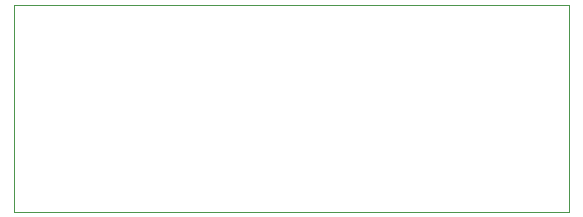
<source format=gbr>
G04 #@! TF.GenerationSoftware,KiCad,Pcbnew,(5.1.5)-3*
G04 #@! TF.CreationDate,2020-11-04T23:27:45+03:00*
G04 #@! TF.ProjectId,non contact ac tester,6e6f6e20-636f-46e7-9461-637420616320,rev?*
G04 #@! TF.SameCoordinates,Original*
G04 #@! TF.FileFunction,Profile,NP*
%FSLAX46Y46*%
G04 Gerber Fmt 4.6, Leading zero omitted, Abs format (unit mm)*
G04 Created by KiCad (PCBNEW (5.1.5)-3) date 2020-11-04 23:27:45*
%MOMM*%
%LPD*%
G04 APERTURE LIST*
%ADD10C,0.050000*%
G04 APERTURE END LIST*
D10*
X58000000Y-67500000D02*
X105000000Y-67500000D01*
X58000000Y-85000000D02*
X58000000Y-67500000D01*
X105000000Y-85000000D02*
X105000000Y-67500000D01*
X58000000Y-85000000D02*
X105000000Y-85000000D01*
M02*

</source>
